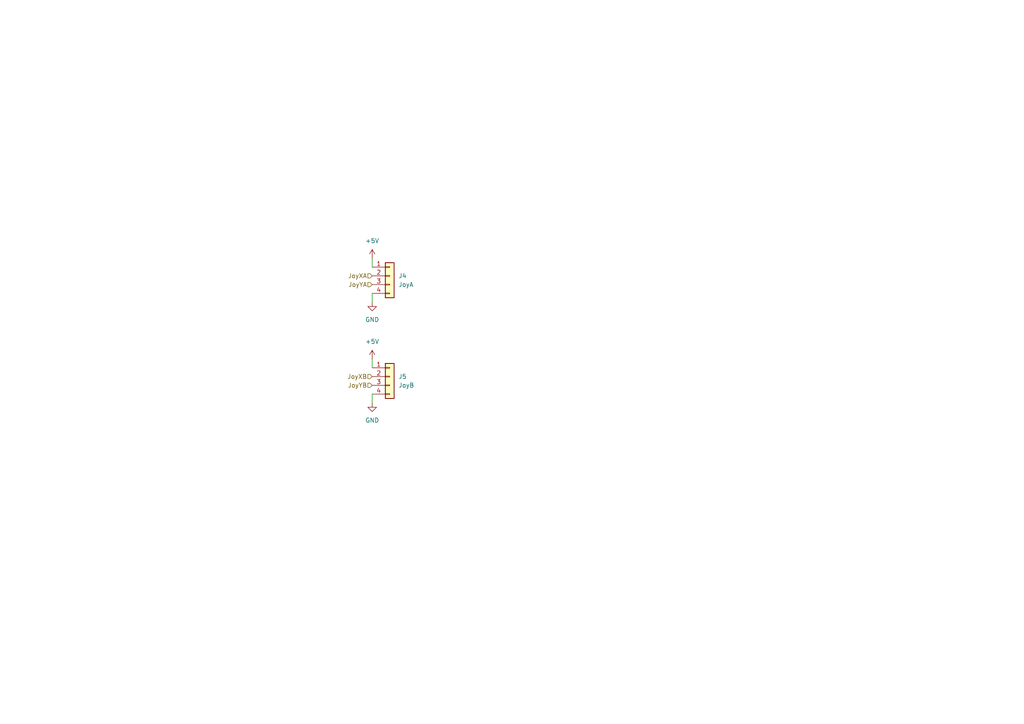
<source format=kicad_sch>
(kicad_sch (version 20250114) (generator "eeschema") (generator_version "9.0")
  (paper "A4")
  (lib_symbols
    (symbol "Connector_Generic:Conn_01x04" (pin_names (offset 1.016) (hide yes))
      (property "Reference" "J" (at 0 5.08 0))
      (property "Value" "Conn_01x04" (at 0 -7.62 0))
      (symbol "Conn_01x04_1_1"
        (rectangle (start -1.27 3.81) (end 1.27 -6.35) (stroke (width 0.254)) (fill (type background)))
        (rectangle (start -1.27 2.667) (end 0 2.413) (stroke (width 0.1524)))
        (rectangle (start -1.27 0.127) (end 0 -0.127) (stroke (width 0.1524)))
        (rectangle (start -1.27 -2.413) (end 0 -2.667) (stroke (width 0.1524)))
        (rectangle (start -1.27 -4.953) (end 0 -5.207) (stroke (width 0.1524)))
        (pin passive line (at -5.08 2.54 0) (length 3.81) (name "Pin_1") (number "1"))
        (pin passive line (at -5.08 0 0) (length 3.81) (name "Pin_2") (number "2"))
        (pin passive line (at -5.08 -2.54 0) (length 3.81) (name "Pin_3") (number "3"))
        (pin passive line (at -5.08 -5.08 0) (length 3.81) (name "Pin_4") (number "4"))
      )
    )
    (symbol "power:+5V" (power) (pin_numbers (hide yes)) (pin_names (offset 0) (hide yes))
      (property "Value" "+5V" (at 0 3.556 0))
      (symbol "+5V_0_1"
        (polyline (pts (xy -0.762 1.27) (xy 0 2.54)))
        (polyline (pts (xy 0 2.54) (xy 0.762 1.27)))
        (polyline (pts (xy 0 0) (xy 0 2.54)))
      )
      (symbol "+5V_1_1"
        (pin power_in line (at 0 0 90) (length 0) (name "~") (number "1"))
      )
    )
    (symbol "power:GND" (power) (pin_numbers (hide yes)) (pin_names (offset 0) (hide yes))
      (property "Value" "GND" (at 0 -3.81 0))
      (symbol "GND_0_1"
        (polyline (pts (xy 0 0) (xy 0 -1.27) (xy 1.27 -1.27) (xy 0 -2.54) (xy -1.27 -1.27) (xy 0 -1.27)))
      )
      (symbol "GND_1_1"
        (pin power_in line (at 0 0 270) (length 0) (name "~") (number "1"))
      )
    )
  )
  (wire (pts (xy 107.95 114.3) (xy 107.95 116.84)))
  (wire (pts (xy 107.95 104.14) (xy 107.95 106.68)))
  (wire (pts (xy 107.95 85.09) (xy 107.95 87.63)))
  (wire (pts (xy 107.95 74.93) (xy 107.95 77.47)))
  (hierarchical_label "JoyYA" (shape input) (at 107.95 82.55 180))
  (hierarchical_label "JoyXA" (shape input) (at 107.95 80.01 180))
  (hierarchical_label "JoyYB" (shape input) (at 107.95 111.76 180))
  (hierarchical_label "JoyXB" (shape input) (at 107.95 109.22 180))
  (symbol (lib_id "Connector_Generic:Conn_01x04") (at 113.03 109.22 0) (unit 1)
    (property "Reference" "J5" (at 115.57 109.2199 0) (effects (justify left)))
    (property "Value" "JoyB" (at 115.57 111.7599 0) (effects (justify left)))
    (property "Footprint" "Connector_PinHeader_2.54mm:PinHeader_1x04_P2.54mm_Vertical" (effects (hide yes)))
    (property "Description" "Generic connector, single row, 01x04, script generated (kicad-library-utils/schlib/autogen/connector/)" (effects (hide yes)))
  )
  (symbol (lib_id "power:GND") (at 107.95 87.63 0) (unit 1)
    (property "Reference" "#PWR027" (effects (hide yes)))
    (property "Value" "GND" (at 107.95 92.71 0))
    (property "Description" "Power symbol creates a global label with name \"GND\" , ground" (effects (hide yes)))
  )
  (symbol (lib_id "power:+5V") (at 107.95 74.93 0) (unit 1)
    (property "Reference" "#PWR026" (effects (hide yes)))
    (property "Value" "+5V" (at 107.95 69.85 0))
    (property "Description" "Power symbol creates a global label with name \"+5V\"" (effects (hide yes)))
  )
  (symbol (lib_id "Connector_Generic:Conn_01x04") (at 113.03 80.01 0) (unit 1)
    (property "Reference" "J4" (at 115.57 80.0099 0) (effects (justify left)))
    (property "Value" "JoyA" (at 115.57 82.5499 0) (effects (justify left)))
    (property "Footprint" "Connector_PinHeader_2.54mm:PinHeader_1x04_P2.54mm_Vertical" (effects (hide yes)))
    (property "Description" "Generic connector, single row, 01x04, script generated (kicad-library-utils/schlib/autogen/connector/)" (effects (hide yes)))
  )
  (symbol (lib_id "power:+5V") (at 107.95 104.14 0) (unit 1)
    (property "Reference" "#PWR028" (effects (hide yes)))
    (property "Value" "+5V" (at 107.95 99.06 0))
    (property "Description" "Power symbol creates a global label with name \"+5V\"" (effects (hide yes)))
  )
  (symbol (lib_id "power:GND") (at 107.95 116.84 0) (unit 1)
    (property "Reference" "#PWR029" (effects (hide yes)))
    (property "Value" "GND" (at 107.95 121.92 0))
    (property "Description" "Power symbol creates a global label with name \"GND\" , ground" (effects (hide yes)))
  )
)
</source>
